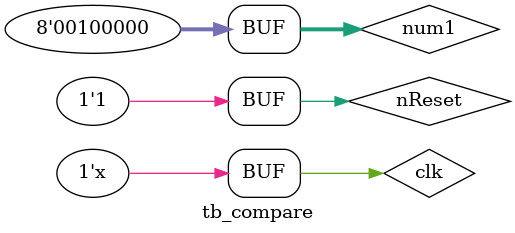
<source format=v>
`timescale 1ns/1ps

module tb_compare();

parameter WIDTH = 8;

reg clk;
reg nReset;
reg [WIDTH-1:0] num1;
reg [WIDTH-1:0] num2;
wire out;

compare #(WIDTH) compare_1(num1, num2, out);

  initial
    begin
      clk = 0;
      nReset = 0;
      num1 = 8'h20;
      nReset = 0;
      #100 nReset = 1;
    end

  always
    begin
      #10 clk = ~clk;
    end

  always @(posedge clk)
    begin
      if (nReset == 0)
        num2 = 0;
      else
        num2 = num2 + 1;
    end

endmodule

</source>
